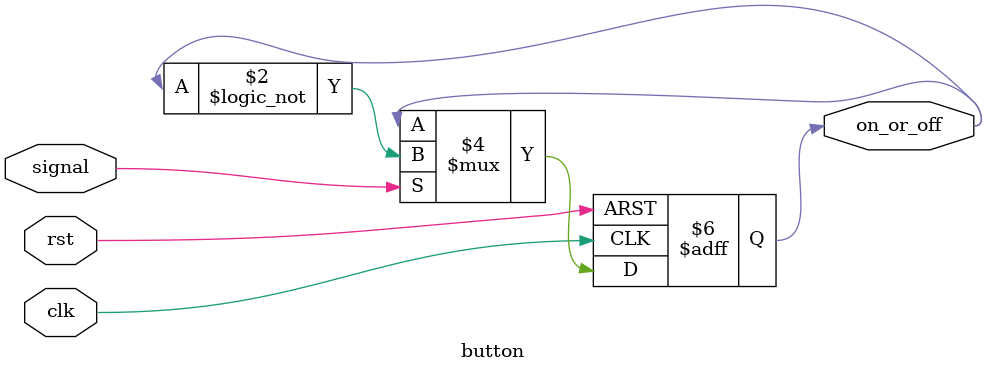
<source format=v>
`timescale 1ns/1ps
module button(input clk, input rst, input signal, output reg on_or_off);
	always@(posedge clk or posedge rst)begin
		if(rst)
			on_or_off <= 0;
		else if(signal)
			on_or_off <= !on_or_off;
		else
			on_or_off <= on_or_off;
	end
endmodule
</source>
